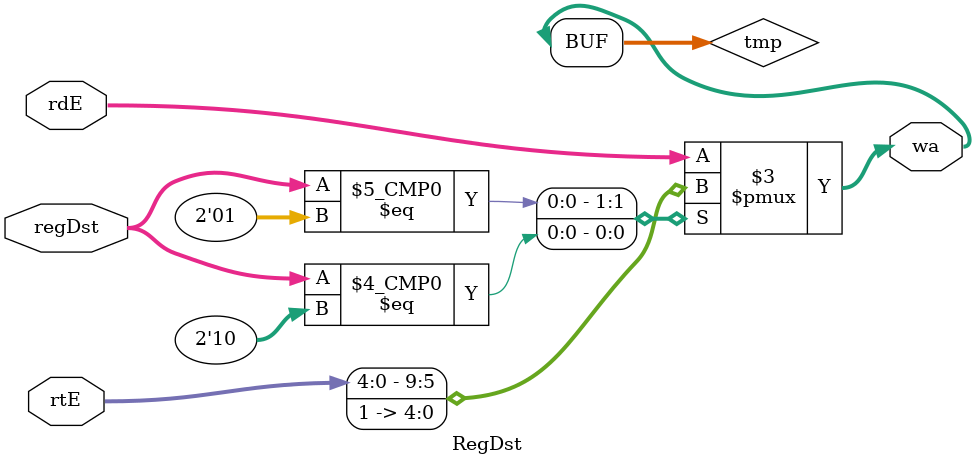
<source format=v>

module RegDst (
               input  [1:0] regDst,
               input  [4:0] rdE, 
               input  [4:0] rtE, 
               output [4:0] wa
);
    reg [4:0] tmp;
 
    assign wa = tmp; 

    always @(*) begin
        case(regDst)
            2'b00:   tmp = rdE;
            2'b01:   tmp = rtE; 
            2'b10:   tmp = 31; 
            default: tmp = rdE; 
        endcase
    end  //end always
        

endmodule
</source>
